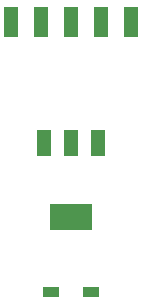
<source format=gbp>
G75*
%MOIN*%
%OFA0B0*%
%FSLAX24Y24*%
%IPPOS*%
%LPD*%
%AMOC8*
5,1,8,0,0,1.08239X$1,22.5*
%
%ADD10R,0.0500X0.1000*%
%ADD11R,0.0480X0.0880*%
%ADD12R,0.1417X0.0866*%
%ADD13R,0.0551X0.0354*%
D10*
X001767Y009500D03*
X002767Y009500D03*
X003767Y009500D03*
X004767Y009500D03*
X005767Y009500D03*
D11*
X004677Y005470D03*
X003767Y005470D03*
X002857Y005470D03*
D12*
X003767Y003030D03*
D13*
X003097Y000500D03*
X004436Y000500D03*
M02*

</source>
